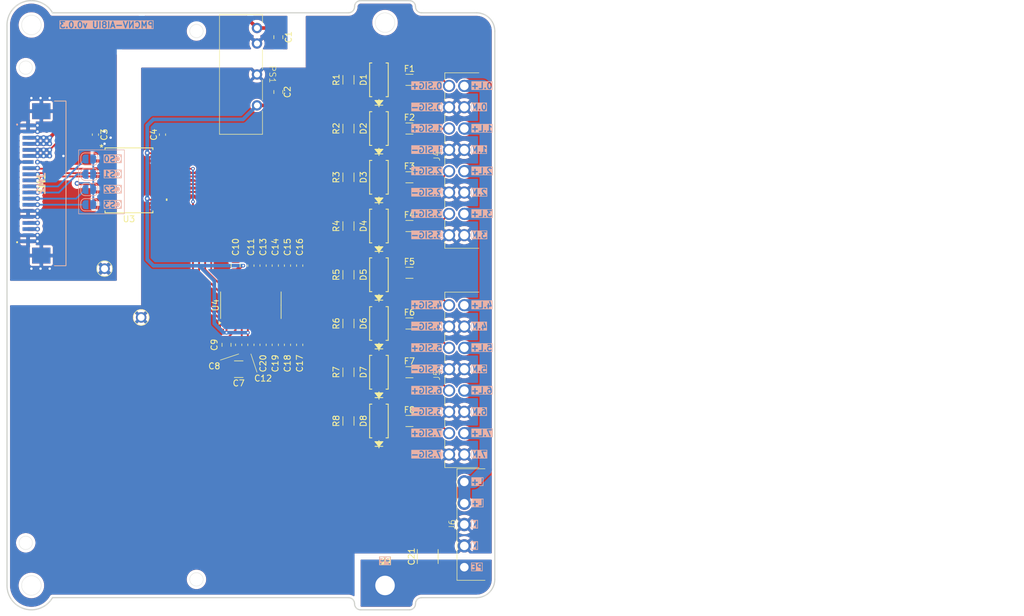
<source format=kicad_pcb>
(kicad_pcb (version 20241229) (generator "pcbnew") (generator_version "9.0")
  (title_block (title "${article} v${version}"))
  (layers (0 "F.Cu" signal) (2 "B.Cu" signal) (13 "F.Paste" user) (15 "B.Paste" user) (5 "F.SilkS" user "F.Silkscreen") (7 "B.SilkS" user "B.Silkscreen") (1 "F.Mask" user) (3 "B.Mask" user) (25 "Edge.Cuts" user))
  (property "article" "PMCNV-AI8IU")
  (property "version" "0.0.3")
  (net 0 "")
  (net 1 "PE")
  (net 2 "+24V_CNV")
  (net 3 "+5V_MCU")
  (net 4 "+3.3V_MCU")
  (net 5 "/0.SIG+")
  (net 6 "/AIN_6P")
  (net 7 "/AIN_7P")
  (net 11 "/1.SIG+")
  (net 12 "/5.SIG+")
  (net 13 "/7.SIG+")
  (net 14 "/6.SIG+")
  (net 15 "/4.SIG+")
  (net 16 "/3.SIG+")
  (net 17 "/2.SIG+")
  (net 18 "/AIN_1P")
  (net 19 "/AIN_2P")
  (net 20 "/AIN_0P")
  (net 21 "/AIN_4P")
  (net 22 "/AIN_3P")
  (net 23 "/AIN_5P")
  (net 24 "Net-(U4-REFCAP)")
  (net 25 "Net-(U4-REFIO)")
  (net 26 "+5V_CNV")
  (net 27 "/CS1_MCU")
  (net 28 "/SCK_MCU")
  (net 29 "/CS3_MCU")
  (net 30 "/CS2_MCU")
  (net 31 "/CS0_MCU")
  (net 32 "/MOSI_MCU")
  (net 33 "/MISO_MCU")
  (net 34 "/CS_MCU")
  (net 35 "/SCK_CNV")
  (net 36 "/MOSI_CNV")
  (net 37 "/MISO_CNV")
  (net 38 "/CS_CNV")
  (net 39 "GND_MCU")
  (net 40 "GND_CNV")
  (net 41 "/SCL_MCU")
  (net 42 "/SDA_MCU")
  (footprint "Fuse:Fuse_1206_3216Metric" (layer "F.Cu") (at 106 72)
    (property "Reference" "F2")
    (property "Value" "nSMD005")
  )
  (footprint "Fuse:Fuse_1206_3216Metric" (layer "F.Cu") (at 106 112)
    (property "Reference" "F7")
    (property "Value" "nSMD005")
  )
  (footprint "kicad_inventree_lib:MountingHole_M3" (layer "F.Cu") (at 102 54.61)
    (property "Reference" "H2" (hide yes))
    (property "Value" "MountingHole")
    (fp_circle (center 0 0) (end 1.6 0) (stroke (width 0.05)) (fill no) (layer "Edge.Cuts"))
  )
  (footprint "kicad_inventree_lib:SMASeries_LTF-M" (layer "F.Cu") (at 101 96 90)
    (property "Reference" "D5")
    (property "Value" "SMAJ33CA")
  )
  (footprint "kicad_inventree_lib:15EDGRHC-THR-3.5-16P" (layer "F.Cu") (at 112.5 118.5 90)
    (property "Reference" "J5")
    (property "Value" "15EDGRHC-THR-3.5-16P")
  )
  (footprint "Resistor_SMD:R_1206_3216Metric" (layer "F.Cu") (at 96 104 -90)
    (property "Reference" "R6")
    (property "Value" "249R")
  )
  (footprint "Fuse:Fuse_1206_3216Metric" (layer "F.Cu") (at 106 80)
    (property "Reference" "F3")
    (property "Value" "nSMD005")
  )
  (footprint "Capacitor_SMD:C_0603_1608Metric" (layer "F.Cu") (at 82 94.5 90)
    (property "Reference" "C13")
    (property "Value" "10nF")
  )
  (footprint "Capacitor_SMD:C_0805_2012Metric" (layer "F.Cu") (at 84.5 57 -90)
    (property "Reference" "C1")
    (property "Value" "4.7uF")
  )
  (footprint "kicad_inventree_lib:SMASeries_LTF-M" (layer "F.Cu") (at 101 80 90)
    (property "Reference" "D3")
    (property "Value" "SMAJ33CA")
  )
  (footprint "kicad_inventree_lib:15EDGRHC-THR-3.5-16P" (layer "F.Cu") (at 112.5 82.5 90)
    (property "Reference" "J4")
    (property "Value" "15EDGRHC-THR-3.5-16P")
  )
  (footprint "kicad_inventree_lib:B2405LS-1WR3" (layer "F.Cu") (at 81 63.12 -90)
    (property "Reference" "PS1")
    (property "Value" "5V/5V")
  )
  (footprint "Resistor_SMD:R_1206_3216Metric" (layer "F.Cu") (at 96 64 -90)
    (property "Reference" "R1")
    (property "Value" "249R")
  )
  (footprint "Capacitor_SMD:C_0603_1608Metric" (layer "F.Cu") (at 80 94.5 90)
    (property "Reference" "C11")
    (property "Value" "1uF")
  )
  (footprint "Resistor_SMD:R_1206_3216Metric" (layer "F.Cu") (at 96 88 -90)
    (property "Reference" "R4")
    (property "Value" "249R")
  )
  (footprint "kicad_inventree_lib:AFA07S20FCA00" (layer "F.Cu") (at 47 81 90)
    (property "Reference" "JM1")
    (property "Value" "AFA07-S20FCC-00" (hide yes))
  )
  (footprint "Capacitor_SMD:C_1210_3225Metric" (layer "F.Cu") (at 78 111.5 180)
    (property "Reference" "C7")
    (property "Value" "22uF")
  )
  (footprint "Resistor_SMD:R_1206_3216Metric" (layer "F.Cu") (at 96 72 -90)
    (property "Reference" "R2")
    (property "Value" "249R")
  )
  (footprint "kicad_inventree_lib:SOIC16-WBW_CLG-M" (layer "F.Cu") (at 60 80.5)
    (property "Reference" "U3")
    (property "Value" "CA-IS3741HW")
  )
  (footprint "Capacitor_SMD:C_0603_1608Metric" (layer "F.Cu") (at 54.5 73 -90)
    (property "Reference" "C3")
    (property "Value" "100nF")
  )
  (footprint "Capacitor_SMD:C_0805_2012Metric" (layer "F.Cu") (at 77.5 94.5 -90)
    (property "Reference" "C10")
    (property "Value" "10uF")
  )
  (footprint "Capacitor_SMD:C_0603_1608Metric" (layer "F.Cu") (at 86 107.5 -90)
    (property "Reference" "C18")
    (property "Value" "10nF")
  )
  (footprint "kicad_inventree_lib:PM-ESP32C3_v0.0.5" (layer "F.Cu") (at 40.073729 101)
    (property "Reference" "U1" (hide yes))
    (property "Value" "~" (hide yes))
    (fp_circle (center 3 -39) (end 4.1 -39) (stroke (width 0.05)) (fill no) (layer "Edge.Cuts"))
    (fp_circle (center 3 39) (end 4.1 39) (stroke (width 0.05)) (fill no) (layer "Edge.Cuts"))
    (fp_circle (center 31 -45) (end 32.1 -45) (stroke (width 0.05)) (fill no) (layer "Edge.Cuts"))
    (fp_circle (center 31 45) (end 32.1 45) (stroke (width 0.05)) (fill no) (layer "Edge.Cuts"))
  )
  (footprint "Resistor_SMD:R_1206_3216Metric" (layer "F.Cu") (at 96 80 -90)
    (property "Reference" "R3")
    (property "Value" "249R")
  )
  (footprint "Capacitor_SMD:C_0603_1608Metric" (layer "F.Cu") (at 80 107.5 -90)
    (property "Reference" "C12")
    (property "Value" "1uF")
  )
  (footprint "kicad_inventree_lib:SMASeries_LTF-M" (layer "F.Cu") (at 101 72 90)
    (property "Reference" "D2")
    (property "Value" "SMAJ33CA")
  )
  (footprint "kicad_inventree_lib:PE" (layer "F.Cu") (at 102 147)
    (property "Reference" "D9" (hide yes))
    (property "Value" "~")
  )
  (footprint "kicad_inventree_lib:15EDGRC-3.5-05P" (layer "F.Cu") (at 115 144 90)
    (property "Reference" "J6")
    (property "Value" "15EDGRC-3.5-05P")
  )
  (footprint "kicad_inventree_lib:SMASeries_LTF-M" (layer "F.Cu") (at 101 88 90)
    (property "Reference" "D4")
    (property "Value" "SMAJ33CA")
  )
  (footprint "Resistor_SMD:R_1206_3216Metric" (layer "F.Cu") (at 96 96 -90)
    (property "Reference" "R5")
    (property "Value" "249R")
  )
  (footprint "Fuse:Fuse_1206_3216Metric" (layer "F.Cu") (at 106 95.675)
    (property "Reference" "F5")
    (property "Value" "nSMD005")
  )
  (footprint "Capacitor_SMD:C_0603_1608Metric" (layer "F.Cu") (at 86 94.5 90)
    (property "Reference" "C15")
    (property "Value" "10nF")
  )
  (footprint "kicad_inventree_lib:MountingHole_M3" (layer "F.Cu") (at 44 147)
    (property "Reference" "H3" (hide yes))
    (property "Value" "MountingHole")
    (fp_circle (center 0 0) (end 1.6 0) (stroke (width 0.05)) (fill no) (layer "Edge.Cuts"))
  )
  (footprint "Resistor_SMD:R_1206_3216Metric" (layer "F.Cu") (at 96 120 -90)
    (property "Reference" "R8")
    (property "Value" "249R")
  )
  (footprint "kicad_inventree_lib:SMASeries_LTF-M" (layer "F.Cu") (at 101 64 90)
    (property "Reference" "D1")
    (property "Value" "SMAJ33CA")
  )
  (footprint "Capacitor_SMD:C_0603_1608Metric" (layer "F.Cu") (at 82 107.5 -90)
    (property "Reference" "C20")
    (property "Value" "10nF")
  )
  (footprint "Resistor_SMD:R_1206_3216Metric" (layer "F.Cu") (at 96 112 -90)
    (property "Reference" "R7")
    (property "Value" "249R")
  )
  (footprint "kicad_inventree_lib:SMASeries_LTF-M" (layer "F.Cu") (at 101 104 90)
    (property "Reference" "D6")
    (property "Value" "SMAJ33CA")
  )
  (footprint "kicad_inventree_lib:5117" (layer "F.Cu") (at 56 95)
    (property "Reference" "U2" (hide yes))
    (property "Value" "5117" (hide yes))
  )
  (footprint "Capacitor_SMD:C_0603_1608Metric" (layer "F.Cu") (at 84 107.5 -90)
    (property "Reference" "C19")
    (property "Value" "10nF")
  )
  (footprint "Capacitor_SMD:C_0603_1608Metric" (layer "F.Cu") (at 84 94.5 90)
    (property "Reference" "C14")
    (property "Value" "10nF")
  )
  (footprint "Package_SO:TSSOP-38_4.4x9.7mm_P0.5mm" (layer "F.Cu") (at 80 101 90)
    (property "Reference" "U4")
    (property "Value" "ADS8688")
  )
  (footprint "Capacitor_SMD:C_0603_1608Metric" (layer "F.Cu") (at 88 107.5 -90)
    (property "Reference" "C17")
    (property "Value" "10nF")
  )
  (footprint "kicad_inventree_lib:SMASeries_LTF-M" (layer "F.Cu") (at 101 120 90)
    (property "Reference" "D8")
    (property "Value" "SMAJ33CA")
  )
  (footprint "Capacitor_SMD:C_0805_2012Metric" (layer "F.Cu") (at 76 107.5 -90)
    (property "Reference" "C9")
    (property "Value" "10uF")
  )
  (footprint "Capacitor_SMD:C_0603_1608Metric" (layer "F.Cu") (at 88 94.5 90)
    (property "Reference" "C16")
    (property "Value" "10nF")
  )
  (footprint "Fuse:Fuse_1206_3216Metric" (layer "F.Cu") (at 106 120)
    (property "Reference" "F8")
    (property "Value" "nSMD005")
  )
  (footprint "Capacitor_SMD:C_0603_1608Metric" (layer "F.Cu") (at 65.5 73 90)
    (property "Reference" "C4")
    (property "Value" "100nF")
  )
  (footprint "kicad_inventree_lib:MountingHole_M3" (layer "F.Cu") (at 44 55)
    (property "Reference" "H1" (hide yes))
    (property "Value" "MountingHole")
    (fp_circle (center 0 0) (end 1.6 0) (stroke (width 0.05)) (fill no) (layer "Edge.Cuts"))
  )
  (footprint "Capacitor_SMD:C_1812_4532Metric_Pad1.57x3.40mm_HandSolder" (layer "F.Cu") (at 109 142.25 90)
    (property "Reference" "C21")
    (property "Value" "4.7nF 2kV")
  )
  (footprint "kicad_inventree_lib:5117" (layer "F.Cu") (at 62 103)
    (property "Reference" "U5" (hide yes))
    (property "Value" "5117" (hide yes))
  )
  (footprint "Capacitor_SMD:C_0603_1608Metric" (layer "F.Cu") (at 78 107.5 -90)
    (property "Reference" "C8")
    (property "Value" "1uF")
  )
  (footprint "kicad_inventree_lib:SMASeries_LTF-M" (layer "F.Cu") (at 101 112 90)
    (property "Reference" "D7")
    (property "Value" "SMAJ33CA")
  )
  (footprint "Fuse:Fuse_1206_3216Metric" (layer "F.Cu") (at 106 104)
    (property "Reference" "F6")
    (property "Value" "nSMD005")
  )
  (footprint "Capacitor_SMD:C_0805_2012Metric" (layer "F.Cu") (at 84.5 66 90)
    (property "Reference" "C2")
    (property "Value" "10uF")
  )
  (footprint "Fuse:Fuse_1206_3216Metric" (layer "F.Cu") (at 106 64)
    (property "Reference" "F1")
    (property "Value" "nSMD005")
  )
  (footprint "Fuse:Fuse_1206_3216Metric" (layer "F.Cu") (at 106 88)
    (property "Reference" "F4")
    (property "Value" "nSMD005")
  )
  (footprint "kicad_inventree_lib:AFA07S20FCA00" (layer "B.Cu") (at 47 81 -90)
    (property "Reference" "JM2")
    (property "Value" "AFA07-S20FCC-00" (hide yes))
  )
  (footprint "Jumper:SolderJumper-2_P1.3mm_Open_RoundedPad1.0x1.5mm" (layer "B.Cu") (at 53.5 84.5)
    (property "Reference" "JP4" (hide yes))
    (property "Value" "SolderJumper_2_Open")
  )
  (footprint "Jumper:SolderJumper-2_P1.3mm_Open_RoundedPad1.0x1.5mm" (layer "B.Cu") (at 53.5 79.5)
    (property "Reference" "JP2" (hide yes))
    (property "Value" "SolderJumper_2_Open")
  )
  (footprint "Jumper:SolderJumper-2_P1.3mm_Open_RoundedPad1.0x1.5mm" (layer "B.Cu") (at 53.5 77)
    (property "Reference" "JP1" (hide yes))
    (property "Value" "SolderJumper_2_Open")
  )
  (footprint "Jumper:SolderJumper-2_P1.3mm_Open_RoundedPad1.0x1.5mm" (layer "B.Cu") (at 53.5 82)
    (property "Reference" "JP3" (hide yes))
    (property "Value" "SolderJumper_2_Open")
  )
  (gr_line (start 78 109) (end 75 110) (stroke (width 0.1)) (layer "F.SilkS"))
  (gr_line (start 81 112) (end 80 109) (stroke (width 0.1)) (layer "F.SilkS"))
  (gr_rect (start 51.75 75.5) (end 59.25 86) (stroke (width 0.1)) (fill no) (layer "B.SilkS"))
  (gr_arc (start 107 150) (mid 107.292893 149.292893) (end 108 149) (stroke (width 0.2)) (layer "Edge.Cuts"))
  (gr_line (start 117 53) (end 108 53) (stroke (width 0.2)) (layer "Edge.Cuts"))
  (gr_arc (start 97 52) (mid 96.707107 52.707107) (end 96 53) (stroke (width 0.2)) (layer "Edge.Cuts"))
  (gr_arc (start 40 55) (mid 41.171573 52.171573) (end 44 51) (stroke (width 0.2)) (layer "Edge.Cuts"))
  (gr_arc (start 97 52) (mid 97.292893 51.292893) (end 98 51) (stroke (width 0.2)) (layer "Edge.Cuts"))
  (gr_line (start 40 55) (end 40 147) (stroke (width 0.2)) (layer "Edge.Cuts"))
  (gr_arc (start 117 53) (mid 119.12132 53.87868) (end 120 56) (stroke (width 0.2)) (layer "Edge.Cuts"))
  (gr_arc (start 96 149) (mid 96.707107 149.292893) (end 97 150) (stroke (width 0.2)) (layer "Edge.Cuts"))
  (gr_arc (start 47.464101 149) (mid 42.964724 150.863703) (end 40 147) (stroke (width 0.2)) (layer "Edge.Cuts"))
  (gr_line (start 96 149) (end 47.4641 149) (stroke (width 0.2)) (layer "Edge.Cuts"))
  (gr_arc (start 106 51) (mid 106.707107 51.292893) (end 107 52) (stroke (width 0.2)) (layer "Edge.Cuts"))
  (gr_arc (start 107 150) (mid 106.707107 150.707107) (end 106 151) (stroke (width 0.2)) (layer "Edge.Cuts"))
  (gr_line (start 98 151) (end 106 151) (stroke (width 0.2)) (layer "Edge.Cuts"))
  (gr_line (start 47.472973 53) (end 96 53) (stroke (width 0.2)) (layer "Edge.Cuts"))
  (gr_arc (start 44 51) (mid 46.001917 51.537006) (end 47.466314 53.003836) (stroke (width 0.2)) (layer "Edge.Cuts"))
  (gr_line (start 106 51) (end 98 51) (stroke (width 0.2)) (layer "Edge.Cuts"))
  (gr_arc (start 108 53) (mid 107.292893 52.707107) (end 107 52) (stroke (width 0.2)) (layer "Edge.Cuts"))
  (gr_line (start 108 149) (end 117 149) (stroke (width 0.2)) (layer "Edge.Cuts"))
  (gr_arc (start 98 151) (mid 97.292893 150.707107) (end 97 150) (stroke (width 0.2)) (layer "Edge.Cuts"))
  (gr_arc (start 120 146) (mid 119.12132 148.12132) (end 117 149) (stroke (width 0.2)) (layer "Edge.Cuts"))
  (gr_line (start 120 56) (end 120 146) (stroke (width 0.2)) (layer "Edge.Cuts"))
  (gr_text "PE" (at 102 143 0) (layer "F.SilkS" knockout) (effects (font (size 1 1) (thickness 0.2) (bold yes))))
  (gr_text "5.SIG+" (at 111.5 108 0) (layer "B.SilkS" knockout) (effects (font (size 1 1) (thickness 0.2) (bold yes)) (justify left mirror)))
  (gr_text "CS0" (at 55.75 77 0) (layer "B.SilkS" knockout) (effects (font (size 1 1) (thickness 0.2) (bold yes)) (justify right mirror)))
  (gr_text "2.SIG+" (at 111.5 79 0) (layer "B.SilkS" knockout) (effects (font (size 1 1) (thickness 0.2) (bold yes)) (justify left mirror)))
  (gr_text "CS2" (at 55.75 82 0) (layer "B.SilkS" knockout) (effects (font (size 1 1) (thickness 0.2) (bold yes)) (justify right mirror)))
  (gr_text "4.M" (at 116 104.5 0) (layer "B.SilkS" knockout) (effects (font (size 1 1) (thickness 0.2) (bold yes)) (justify right mirror)))
  (gr_text "M" (at 116 137 0) (layer "B.SilkS" knockout) (effects (font (size 1 1) (thickness 0.2) (bold yes)) (justify right mirror)))
  (gr_text "3.L+" (at 116 86 0) (layer "B.SilkS" knockout) (effects (font (size 1 1) (thickness 0.2) (bold yes)) (justify right mirror)))
  (gr_text "0.SIG-" (at 111.5 68.5 0) (layer "B.SilkS" knockout) (effects (font (size 1 1) (thickness 0.2) (bold yes)) (justify left mirror)))
  (gr_text "PE" (at 102 143 -0) (layer "B.SilkS" knockout) (effects (font (size 1 1) (thickness 0.2) (bold yes)) (justify mirror)))
  (gr_text "3.SIG+" (at 111.5 86 0) (layer "B.SilkS" knockout) (effects (font (size 1 1) (thickness 0.2) (bold yes)) (justify left mirror)))
  (gr_text "6.SIG-" (at 111.5 118.5 0) (layer "B.SilkS" knockout) (effects (font (size 1 1) (thickness 0.2) (bold yes)) (justify left mirror)))
  (gr_text "CS1" (at 55.75 79.5 0) (layer "B.SilkS" knockout) (effects (font (size 1 1) (thickness 0.2) (bold yes)) (justify right mirror)))
  (gr_text "2.SIG-" (at 111.5 82.5 0) (layer "B.SilkS" knockout) (effects (font (size 1 1) (thickness 0.2) (bold yes)) (justify left mirror)))
  (gr_text "PE" (at 116 144 0) (layer "B.SilkS" knockout) (effects (font (size 1 1) (thickness 0.2) (bold yes)) (justify right mirror)))
  (gr_text "5.M" (at 116 111.5 0) (layer "B.SilkS" knockout) (effects (font (size 1 1) (thickness 0.2) (bold yes)) (justify right mirror)))
  (gr_text "1.M" (at 116 75.5 0) (layer "B.SilkS" knockout) (effects (font (size 1 1) (thickness 0.2) (bold yes)) (justify right mirror)))
  (gr_text "0.L+" (at 116 65 0) (layer "B.SilkS" knockout) (effects (font (size 1 1) (thickness 0.2) (bold yes)) (justify right mirror)))
  (gr_text "CS3" (at 55.75 84.5 0) (layer "B.SilkS" knockout) (effects (font (size 1 1) (thickness 0.2) (bold yes)) (justify right mirror)))
  (gr_text "7.L+" (at 116 122 0) (layer "B.SilkS" knockout) (effects (font (size 1 1) (thickness 0.2) (bold yes)) (justify right mirror)))
  (gr_text "7.SIG-" (at 111.5 125.5 0) (layer "B.SilkS" knockout) (effects (font (size 1 1) (thickness 0.2) (bold yes)) (justify left mirror)))
  (gr_text "7.SIG+" (at 111.5 122 0) (layer "B.SilkS" knockout) (effects (font (size 1 1) (thickness 0.2) (bold yes)) (justify left mirror)))
  (gr_text "4.L+" (at 116 101 0) (layer "B.SilkS" knockout) (effects (font (size 1 1) (thickness 0.2) (bold yes)) (justify right mirror)))
  (gr_text "0.M" (at 116 68.5 0) (layer "B.SilkS" knockout) (effects (font (size 1 1) (thickness 0.2) (bold yes)) (justify right mirror)))
  (gr_text "1.SIG-" (at 111.5 75.5 0) (layer "B.SilkS" knockout) (effects (font (size 1 1) (thickness 0.2) (bold yes)) (justify left mirror)))
  (gr_text "6.M" (at 116 118.5 0) (layer "B.SilkS" knockout) (effects (font (size 1 1) (thickness 0.2) (bold yes)) (justify right mirror)))
  (gr_text "3.SIG-" (at 111.5 89.5 0) (layer "B.SilkS" knockout) (effects (font (size 1 1) (thickness 0.2) (bold yes)) (justify left mirror)))
  (gr_text "3.M" (at 116 89.5 0) (layer "B.SilkS" knockout) (effects (font (size 1 1) (thickness 0.2) (bold yes)) (justify right mirror)))
  (gr_text "2.M" (at 116 82.5 0) (layer "B.SilkS" knockout) (effects (font (size 1 1) (thickness 0.2) (bold yes)) (justify right mirror)))
  (gr_text "4.SIG+" (at 111.5 101 0) (layer "B.SilkS" knockout) (effects (font (size 1 1) (thickness 0.2) (bold yes)) (justify left mirror)))
  (gr_text "2.L+" (at 116 79 0) (layer "B.SilkS" knockout) (effects (font (size 1 1) (thickness 0.2) (bold yes)) (justify right mirror)))
  (gr_text "0.SIG+" (at 111.5 65 0) (layer "B.SilkS" knockout) (effects (font (size 1 1) (thickness 0.2) (bold yes)) (justify left mirror)))
  (gr_text "1.SIG+" (at 111.5 72 0) (layer "B.SilkS" knockout) (effects (font (size 1 1) (thickness 0.2) (bold yes)) (justify left mirror)))
  (gr_text "4.SIG-" (at 111.5 104.5 0) (layer "B.SilkS" knockout) (effects (font (size 1 1) (thickness 0.2) (bold yes)) (justify left mirror)))
  (gr_text "6.SIG+" (at 111.5 115 0) (layer "B.SilkS" knockout) (effects (font (size 1 1) (thickness 0.2) (bold yes)) (justify left mirror)))
  (gr_text "M" (at 116 140.5 0) (layer "B.SilkS" knockout) (effects (font (size 1 1) (thickness 0.2) (bold yes)) (justify right mirror)))
  (gr_text "1.L+" (at 116 72 0) (layer "B.SilkS" knockout) (effects (font (size 1 1) (thickness 0.2) (bold yes)) (justify right mirror)))
  (gr_text "6.L+" (at 116 115 0) (layer "B.SilkS" knockout) (effects (font (size 1 1) (thickness 0.2) (bold yes)) (justify right mirror)))
  (gr_text "5.SIG-" (at 111.5 111.5 0) (layer "B.SilkS" knockout) (effects (font (size 1 1) (thickness 0.2) (bold yes)) (justify left mirror)))
  (gr_text "L+" (at 116 130 0) (layer "B.SilkS" knockout) (effects (font (size 1 1) (thickness 0.2) (bold yes)) (justify right mirror)))
  (gr_text "${article} v${version}" (at 48.5 55 0) (layer "B.SilkS" knockout) (effects (font (size 1 1) (thickness 0.2) (bold yes)) (justify right mirror)))
  (gr_text "5.L+" (at 116 108 0) (layer "B.SilkS" knockout) (effects (font (size 1 1) (thickness 0.2) (bold yes)) (justify right mirror)))
  (gr_text "L+" (at 116 133.5 0) (layer "B.SilkS" knockout) (effects (font (size 1 1) (thickness 0.2) (bold yes)) (justify right mirror)))
  (gr_text "7.M" (at 116 125.5 0) (layer "B.SilkS" knockout) (effects (font (size 1 1) (thickness 0.2) (bold yes)) (justify right mirror)))
  (segment (start 115 79) (end 118.5 79) (width 2) (layer "B.Cu") (net 2))
  (segment (start 118.5 122) (end 118.5 115) (width 2) (layer "B.Cu") (net 2))
  (segment (start 116.5 130) (end 118.5 128) (width 2) (layer "B.Cu") (net 2))
  (segment (start 115 101) (end 118.5 101) (width 2) (layer "B.Cu") (net 2))
  (segment (start 118.5 108) (end 115 108) (width 2) (layer "B.Cu") (net 2))
  (segment (start 118.5 79) (end 118.5 72) (width 2) (layer "B.Cu") (net 2))
  (segment (start 115 130) (end 116.5 130) (width 2) (layer "B.Cu") (net 2))
  (segment (start 118.5 108) (end 118.5 101) (width 2) (layer "B.Cu") (net 2))
  (segment (start 118.5 72) (end 118.5 65.5) (width 2) (layer "B.Cu") (net 2))
  (segment (start 118 65) (end 115 65) (width 2) (layer "B.Cu") (net 2))
  (segment (start 118.5 86) (end 118.5 79) (width 2) (layer "B.Cu") (net 2))
  (segment (start 118.5 101) (end 118.5 86) (width 2) (layer "B.Cu") (net 2))
  (segment (start 115 133.5) (end 115 130) (width 2) (layer "B.Cu") (net 2))
  (segment (start 115 122) (end 118.5 122) (width 2) (layer "B.Cu") (net 2))
  (segment (start 115 72) (end 118.5 72) (width 2) (layer "B.Cu") (net 2))
  (segment (start 118.5 65.5) (end 118 65) (width 2) (layer "B.Cu") (net 2))
  (segment (start 115 115) (end 118.5 115) (width 2) (layer "B.Cu") (net 2))
  (segment (start 118.5 115) (end 118.5 108) (width 2) (layer "B.Cu") (net 2))
  (segment (start 115 86) (end 118.5 86) (width 2) (layer "B.Cu") (net 2))
  (segment (start 118.5 128) (end 118.5 122) (width 2) (layer "B.Cu") (net 2))
  (segment (start 62.699 53.801) (end 79.301 53.801) (width 0.6) (layer "F.Cu") (net 3))
  (segment (start 46 74.5) (end 47 74.5) (width 0.6) (layer "F.Cu") (net 3))
  (segment (start 46 73.5) (end 47 73.5) (width 0.6) (layer "F.Cu") (net 3))
  (segment (start 43.454 74.5) (end 45 74.5) (width 0.6) (layer "F.Cu") (net 3))
  (segment (start 47 73.5) (end 47 74.5) (width 0.6) (layer "F.Cu") (net 3))
  (segment (start 43.454 73.5) (end 45 73.5) (width 0.6) (layer "F.Cu") (net 3))
  (segment (start 45 74.5) (end 46 74.5) (width 0.6) (layer "F.Cu") (net 3))
  (segment (start 81 55.5) (end 83.95 55.5) (width 0.6) (layer "F.Cu") (net 3))
  (segment (start 45 73.5) (end 45 74.5) (width 0.6) (layer "F.Cu") (net 3))
  (segment (start 79.301 53.801) (end 81 55.5) (width 0.6) (layer "F.Cu") (net 3))
  (segment (start 46 73.5) (end 46 74.5) (width 0.6) (layer "F.Cu") (net 3))
  (segment (start 49.999991 66.500009) (end 49.999991 70.500009) (width 0.6) (layer "F.Cu") (net 3))
  (segment (start 49.999991 70.500009) (end 47 73.5) (width 0.6) (layer "F.Cu") (net 3))
  (segment (start 45 73.5) (end 46 73.5) (width 0.6) (layer "F.Cu") (net 3))
  (segment (start 49.999991 66.500009) (end 62.699 53.801) (width 0.6) (layer "F.Cu") (net 3))
  (segment (start 83.95 55.5) (end 84.5 56.05) (width 0.6) (layer "F.Cu") (net 3))
  (via (at 45 74.5) (size 0.8) (drill 0.4) (layers "F.Cu" "B.Cu") (net 3))
  (via (at 46 74.5) (size 0.8) (drill 0.4) (layers "F.Cu" "B.Cu") (net 3))
  (via (at 46 73.5) (size 0.8) (drill 0.4) (layers "F.Cu" "B.Cu") (net 3))
  (via (at 47 73.5) (size 0.8) (drill 0.4) (layers "F.Cu" "B.Cu") (net 3))
  (via (at 47 74.5) (size 0.8) (drill 0.4) (layers "F.Cu" "B.Cu") (net 3))
  (via (at 45 73.5) (size 0.8) (drill 0.4) (layers "F.Cu" "B.Cu") (net 3))
  (segment (start 47 74.5) (end 46 74.5) (width 0.6) (layer "B.Cu") (net 3))
  (segment (start 46 74.5) (end 45 74.5) (width 0.6) (layer "B.Cu") (net 3))
  (segment (start 45 74.5) (end 43.454 74.5) (width 0.6) (layer "B.Cu") (net 3))
  (segment (start 47 73.5) (end 46 73.5) (width 0.6) (layer "B.Cu") (net 3))
  (segment (start 45 73.5) (end 45 74.5) (width 0.6) (layer "B.Cu") (net 3))
  (segment (start 47 73.5) (end 47 74.5) (width 0.6) (layer "B.Cu") (net 3))
  (segment (start 46 73.5) (end 46 74.5) (width 0.6) (layer "B.Cu") (net 3))
  (segment (start 46 73.5) (end 45 73.5) (width 0.6) (layer "B.Cu") (net 3))
  (segment (start 45 73.5) (end 43.454 73.5) (width 0.6) (layer "B.Cu") (net 3))
  (segment (start 45 76.5) (end 46 76.5) (width 0.6) (layer "F.Cu") (net 4))
  (segment (start 55.809 83.675) (end 57.5 81.984) (width 0.3) (layer "F.Cu") (net 4))
  (segment (start 55.1232 83.675) (end 55.809 83.675) (width 0.3) (layer "F.Cu") (net 4))
  (segment (start 46 75.5) (end 46 76.5) (width 0.6) (layer "F.Cu") (net 4))
  (segment (start 46 75.5) (end 47 75.5) (width 0.6) (layer "F.Cu") (net 4))
  (segment (start 45 75.5) (end 46 75.5) (width 0.6) (layer "F.Cu") (net 4))
  (segment (start 54.5 73.775) (end 48.725 73.775) (width 0.3) (layer "F.Cu") (net 4))
  (segment (start 46 76.5) (end 47 76.5) (width 0.6) (layer "F.Cu") (net 4))
  (segment (start 48.725 73.775) (end 47 75.5) (width 0.3) (layer "F.Cu") (net 4))
  (segment (start 43.454 75.5) (end 45 75.5) (width 0.6) (layer "F.Cu") (net 4))
  (segment (start 57.5 81.984) (end 57.5 77.746) (width 0.3) (layer "F.Cu") (net 4))
  (segment (start 57.5 77.746) (end 55.809 76.055) (width 0.3) (layer "F.Cu") (net 4))
  (segment (start 54.5 73.775) (end 54.5 75.4318) (width 0.3) (layer "F.Cu") (net 4))
  (segment (start 55.809 76.055) (end 55.1232 76.055) (width 0.3) (layer "F.Cu") (net 4))
  (segment (start 45 75.5) (end 45 76.5) (width 0.6) (layer "F.Cu") (net 4))
  (segment (start 47 75.5) (end 47 76.5) (width 0.6) (layer "F.Cu") (net 4))
  (segment (start 43.454 76.5) (end 45 76.5) (width 0.6) (layer "F.Cu") (net 4))
  (segment (start 54.5 75.4318) (end 55.1232 76.055) (width 0.3) (layer "F.Cu") (net 4))
  (via (at 46 76.5) (size 0.8) (drill 0.4) (layers "F.Cu" "B.Cu") (net 4))
  (via (at 47 75.5) (size 0.8) (drill 0.4) (layers "F.Cu" "B.Cu") (net 4))
  (via (at 47 76.5) (size 0.8) (drill 0.4) (layers "F.Cu" "B.Cu") (net 4))
  (via (at 45 76.5) (size 0.8) (drill 0.4) (layers "F.Cu" "B.Cu") (net 4))
  (via (at 46 75.5) (size 0.8) (drill 0.4) (layers "F.Cu" "B.Cu") (net 4))
  (via (at 45 75.5) (size 0.8) (drill 0.4) (layers "F.Cu" "B.Cu") (net 4))
  (segment (start 47 75.5) (end 47 76.5) (width 0.6) (layer "B.Cu") (net 4))
  (segment (start 47 76.5) (end 43.454 76.5) (width 0.6) (layer "B.Cu") (net 4))
  (segment (start 46 75.5) (end 46 76.5) (width 0.6) (layer "B.Cu") (net 4))
  (segment (start 45 75.5) (end 45 76.5) (width 0.6) (layer "B.Cu") (net 4))
  (segment (start 47 75.5) (end 43.454 75.5) (width 0.6) (layer "B.Cu") (net 4))
  (segment (start 107.4 64) (end 111.5 64) (width 0.3) (layer "F.Cu") (net 5))
  (segment (start 111.5 64) (end 112.5 65) (width 0.3) (layer "F.Cu") (net 5))
  (segment (start 96 118.5375) (end 91.0375 118.5375) (width 0.3) (layer "F.Cu") (net 6))
  (segment (start 99.8745 116.8044) (end 101 117.9299) (width 0.3) (layer "F.Cu") (net 6))
  (segment (start 82 106.725) (end 82 106.5) (width 0.3) (layer "F.Cu") (net 6))
  (segment (start 97.7331 116.8044) (end 99.8745 116.8044) (width 0.3) (layer "F.Cu") (net 6))
  (segment (start 104.6 119.125) (end 102.2794 116.8044) (width 0.3) (layer "F.Cu") (net 6))
  (segment (start 104.6 120) (end 104.6 119.125) (width 0.3) (layer "F.Cu") (net 6))
  (segment (start 82.825 107.55) (end 82 106.725) (width 0.3) (layer "F.Cu") (net 6))
  (segment (start 82.825 110.325) (end 82.825 107.55) (width 0.3) (layer "F.Cu") (net 6))
  (segment (start 91.0375 118.5375) (end 82.825 110.325) (width 0.3) (layer "F.Cu") (net 6))
  (segment (start 102.1255 116.8044) (end 101 117.9299) (width 0.3) (layer "F.Cu") (net 6))
  (segment (start 82 106.5) (end 81 105.5) (width 0.3) (layer "F.Cu") (net 6))
  (segment (start 102.2794 116.8044) (end 102.1255 116.8044) (width 0.3) (layer "F.Cu") (net 6))
  (segment (start 81 105.5) (end 81 103.8625) (width 0.3) (layer "F.Cu") (net 6))
  (segment (start 96 118.5375) (end 97.7331 116.8044) (width 0.3) (layer "F.Cu") (net 6))
  (segment (start 101 117.9299) (end 101 118.3871) (width 0.3) (layer "F.Cu") (net 6))
  (segment (start 85 109.534704) (end 85 107.725) (width 0.3) (layer "F.Cu") (net 7))
  (segment (start 96 110.5375) (end 97.7331 108.8044) (width 0.3) (layer "F.Cu") (net 7))
  (segment (start 84 106.725) (end 82 104.725) (width 0.3) (layer "F.Cu") (net 7))
  (segment (start 99.8745 108.8044) (end 101 109.9299) (width 0.3) (layer "F.Cu") (net 7))
  (segment (start 101 109.9299) (end 101 110.3871) (width 0.3) (layer "F.Cu") (net 7))
  (segment (start 104.6 112) (end 104.6 111.125) (width 0.3) (layer "F.Cu") (net 7))
  (segment (start 85 107.725) (end 84 106.725) (width 0.3) (layer "F.Cu") (net 7))
  (segment (start 104.6 111.125) (end 102.2794 108.8044) (width 0.3) (layer "F.Cu") (net 7))
  (segment (start 102.2794 108.8044) (end 102.1255 108.8044) (width 0.3) (layer "F.Cu") (net 7))
  (segment (start 86.002796 110.5375) (end 85 109.534704) (width 0.3) (layer "F.Cu") (net 7))
  (segment (start 96 110.5375) (end 86.002796 110.5375) (width 0.3) (layer "F.Cu") (net 7))
  (segment (start 82 104.725) (end 82 103.8625) (width 0.3) (layer "F.Cu") (net 7))
  (segment (start 102.1255 108.8044) (end 101 109.9299) (width 0.3) (layer "F.Cu") (net 7))
  (segment (start 97.7331 108.8044) (end 99.8745 108.8044) (width 0.3) (layer "F.Cu") (net 7))
  (segment (start 107.4 72) (end 112.5 72) (width 0.3) (layer "F.Cu") (net 11))
  (segment (start 107.4 104) (end 108.5 104) (width 0.3) (layer "F.Cu") (net 12))
  (segment (start 108.5 104) (end 112.5 108) (width 0.3) (layer "F.Cu") (net 12))
  (segment (start 110.5 120) (end 112.5 122) (width 0.3) (layer "F.Cu") (net 13))
  (segment (start 107.4 120) (end 110.5 120) (width 0.3) (layer "F.Cu") (net 13))
  (segment (start 107.4 112) (end 109.5 112) (width 0.3) (layer "F.Cu") (net 14))
  (segment (start 109.5 112) (end 112.5 115) (width 0.3) (layer "F.Cu") (net 14))
  (segment (start 107.4 95.675) (end 107.4 95.9) (width 0.3) (layer "F.Cu") (net 15))
  (segment (start 107.4 95.9) (end 112.5 101) (width 0.3) (layer "F.Cu") (net 15))
  (segment (start 107.4 88) (end 110.5 88) (width 0.3) (layer "F.Cu") (net 16))
  (segment (start 110.5 88) (end 112.5 86) (width 0.3) (layer "F.Cu") (net 16))
  (segment (start 111.5 80) (end 112.5 79) (width 0.3) (layer "F.Cu") (net 17))
  (segment (start 107.4 80) (end 111.5 80) (width 0.3) (layer "F.Cu") (net 17))
  (segment (start 84.24688 104.95) (end 84 104.70312) (width 0.3) (layer "F.Cu") (net 18))
  (segment (start 101 93.9299) (end 101 94.3871) (width 0.3) (layer "F.Cu") (net 18))
  (segment (start 97.225 95.7625) (end 97.225 98.030456) (width 0.3) (layer "F.Cu") (net 18))
  (segment (start 102.6044 92.8044) (end 102.1255 92.8044) (width 0.3) (layer "F.Cu") (net 18))
  (segment (start 102.1255 92.8044) (end 101 93.9299) (width 0.3) (layer "F.Cu") (net 18))
  (segment (start 86.92812 104.95) (end 84.24688 104.95) (width 0.3) (layer "F.Cu") (net 18))
  (segment (start 104.6 94.8) (end 102.6044 92.8044) (width 0.3) (layer "F.Cu") (net 18))
  (segment (start 104.6 95.675) (end 104.6 94.8) (width 0.3) (layer "F.Cu") (net 18))
  (segment (start 96 94.5375) (end 97.7331 92.8044) (width 0.3) (layer "F.Cu") (net 18))
  (segment (start 88 106.725) (end 88 106.02188) (width 0.3) (layer "F.Cu") (net 18))
  (segment (start 84 104.70312) (end 84 103.8625) (width 0.3) (layer "F.Cu") (net 18))
  (segment (start 96 94.5375) (end 97.225 95.7625) (width 0.3) (layer "F.Cu") (net 18))
  (segment (start 88 106.02188) (end 86.92812 104.95) (width 0.3) (layer "F.Cu") (net 18))
  (segment (start 97.7331 92.8044) (end 99.8745 92.8044) (width 0.3) (layer "F.Cu") (net 18))
  (segment (start 88.530456 106.725) (end 88 106.725) (width 0.3) (layer "F.Cu") (net 18))
  (segment (start 97.225 98.030456) (end 88.530456 106.725) (width 0.3) (layer "F.Cu") (net 18))
  (segment (start 99.8745 92.8044) (end 101 93.9299) (width 0.3) (layer "F.Cu") (net 18))
  (segment (start 96 87.275) (end 88 95.275) (width 0.3) (layer "F.Cu") (net 19))
  (segment (start 96 86.5375) (end 97.7331 84.8044) (width 0.3) (layer "F.Cu") (net 19))
  (segment (start 104.6 87.125) (end 102.2794 84.8044) (width 0.3) (layer "F.Cu") (net 19))
  (segment (start 88 95.275) (end 86.275 97) (width 0.3) (layer "F.Cu") (net 19))
  (segment (start 97.7331 84.8044) (end 99.8745 84.8044) (width 0.3) (layer "F.Cu") (net 19))
  (segment (start 99.8745 84.8044) (end 101 85.9299) (width 0.3) (layer "F.Cu") (net 19))
  (segment (start 104.6 88) (end 104.6 87.125) (width 0.3) (layer "F.Cu") (net 19))
  (segment (start 102.1255 84.8044) (end 101 85.9299) (width 0.3) (layer "F.Cu") (net 19))
  (segment (start 84 97.29688) (end 84 98.1375) (width 0.3) (layer "F.Cu") (net 19))
  (segment (start 101 85.9299) (end 101 86.3871) (width 0.3) (layer "F.Cu") (net 19))
  (segment (start 86.275 97) (end 84.29688 97) (width 0.3) (layer "F.Cu") (net 19))
  (segment (start 84.29688 97) (end 84 97.29688) (width 0.3) (layer "F.Cu") (net 19))
  (segment (start 96 86.5375) (end 96 87.275) (width 0.3) (layer "F.Cu") (net 19))
  (segment (start 102.2794 84.8044) (end 102.1255 84.8044) (width 0.3) (layer "F.Cu") (net 19))
  (segment (start 86 106.725) (end 85.2 105.925) (width 0.3) (layer "F.Cu") (net 20))
  (segment (start 84.22188 105.925) (end 83 104.70312) (width 0.3) (layer "F.Cu") (net 20))
  (segment (start 89.4625 109.075) (end 87.505592 109.075) (width 0.3) (layer "F.Cu") (net 20))
  (segment (start 104.6 103.125) (end 102.2794 100.8044) (width 0.3) (layer "F.Cu") (net 20))
  (segment (start 97.7331 100.8044) (end 99.8745 100.8044) (width 0.3) (layer "F.Cu") (net 20))
  (segment (start 85.2 105.925) (end 84.22188 105.925) (width 0.3) (layer "F.Cu") (net 20))
  (segment (start 96 102.5375) (end 97.7331 100.8044) (width 0.3) (layer "F.Cu") (net 20))
  (segment (start 102.1255 100.8044) (end 101 101.9299) (width 0.3) (layer "F.Cu") (net 20))
  (segment (start 101 101.9299) (end 101 102.3871) (width 0.3) (layer "F.Cu") (net 20))
  (segment (start 87.175 107.9) (end 86 106.725) (width 0.3) (layer "F.Cu") (net 20))
  (segment (start 96 102.5375) (end 89.4625 109.075) (width 0.3) (layer "F.Cu") (net 20))
  (segment (start 87.505592 109.075) (end 87.175 108.744408) (width 0.3) (layer "F.Cu") (net 20))
  (segment (start 104.6 104) (end 104.6 103.125) (width 0.3) (layer "F.Cu") (net 20))
  (segment (start 87.175 108.744408) (end 87.175 107.9) (width 0.3) (layer "F.Cu") (net 20))
  (segment (start 83 104.70312) (end 83 103.8625) (width 0.3) (layer "F.Cu") (net 20))
  (segment (start 102.2794 100.8044) (end 102.1255 100.8044) (width 0.3) (layer "F.Cu") (net 20))
  (segment (start 99.8745 100.8044) (end 101 101.9299) (width 0.3) (layer "F.Cu") (net 20))
  (segment (start 102.1255 68.8044) (end 101 69.9299) (width 0.3) (layer "F.Cu") (net 21))
  (segment (start 85.175 81.3625) (end 85.175 94.1) (width 0.3) (layer "F.Cu") (net 21))
  (segment (start 85.175 94.1) (end 84 95.275) (width 0.3) (layer "F.Cu") (net 21))
  (segment (start 99.8745 68.8044) (end 101 69.9299) (width 0.3) (layer "F.Cu") (net 21))
  (segment (start 101 69.9299) (end 101 70.3871) (width 0.3) (layer "F.Cu") (net 21))
  (segment (start 82 97.275) (end 82 98.1375) (width 0.3) (layer "F.Cu") (net 21))
  (segment (start 104.6 71.125) (end 102.2794 68.8044) (width 0.3) (layer "F.Cu") (net 21))
  (segment (start 102.2794 68.8044) (end 102.1255 68.8044) (width 0.3) (layer "F.Cu") (net 21))
  (segment (start 96 70.5375) (end 97.7331 68.8044) (width 0.3) (layer "F.Cu") (net 21))
  (segment (start 97.7331 68.8044) (end 99.8745 68.8044) (width 0.3) (layer "F.Cu") (net 21))
  (segment (start 96 70.5375) (end 85.175 81.3625) (width 0.3) (layer "F.Cu") (net 21))
  (segment (start 84 95.275) (end 82 97.275) (width 0.3) (layer "F.Cu") (net 21))
  (segment (start 104.6 72) (end 104.6 71.125) (width 0.3) (layer "F.Cu") (net 21))
  (segment (start 104.6 79.125) (end 102.2794 76.8044) (width 0.3) (layer "F.Cu") (net 22))
  (segment (start 86.825 87.7125) (end 86.825 94.45) (width 0.3) (layer "F.Cu") (net 22))
  (segment (start 83 97.29688) (end 83 98.1375) (width 0.3) (layer "F.Cu") (net 22))
  (segment (start 84.775 96.5) (end 83.79688 96.5) (width 0.3) (layer "F.Cu") (net 22))
  (segment (start 104.6 80) (end 104.6 79.125) (width 0.3) (layer "F.Cu") (net 22))
  (segment (start 99.8745 76.8044) (end 101 77.9299) (width 0.3) (layer "F.Cu") (net 22))
  (segment (start 102.2794 76.8044) (end 102.1255 76.8044) (width 0.3) (layer "F.Cu") (net 22))
  (segment (start 86 95.275) (end 84.775 96.5) (width 0.3) (layer "F.Cu") (net 22))
  (segment (start 96 78.5375) (end 97.7331 76.8044) (width 0.3) (layer "F.Cu") (net 22))
  (segment (start 86.825 94.45) (end 86 95.275) (width 0.3) (layer "F.Cu") (net 22))
  (segment (start 102.1255 76.8044) (end 101 77.9299) (width 0.3) (layer "F.Cu") (net 22))
  (segment (start 101 77.9299) (end 101 78.3871) (width 0.3) (layer "F.Cu") (net 22))
  (segment (start 96 78.5375) (end 86.825 87.7125) (width 0.3) (layer "F.Cu") (net 22))
  (segment (start 83.79688 96.5) (end 83 97.29688) (width 0.3) (layer "F.Cu") (net 22))
  (segment (start 97.7331 76.8044) (end 99.8745 76.8044) (width 0.3) (layer "F.Cu") (net 22))
  (segment (start 101 61.9299) (end 101 62.3871) (width 0.3) (layer "F.Cu") (net 23))
  (segment (start 99.8745 60.8044) (end 101 61.9299) (width 0.3) (layer "F.Cu") (net 23))
  (segment (start 81 96.275) (end 81 98.1375) (width 0.3) (layer "F.Cu") (net 23))
  (segment (start 82.825 75.7125) (end 82.825 94.45) (width 0.3) (layer "F.Cu") (net 23))
  (segment (start 102.1255 60.8044) (end 101 61.9299) (width 0.3) (layer "F.Cu") (net 23))
  (segment (start 96 62.5375) (end 97.7331 60.8044) (width 0.3) (layer "F.Cu") (net 23))
  (segment (start 82 95.275) (end 81 96.275) (width 0.3) (layer "F.Cu") (net 23))
  (segment (start 104.6 64) (end 104.6 63.125) (width 0.3) (layer "F.Cu") (net 23))
  (segment (start 96 62.5375) (end 82.825 75.7125) (width 0.3) (layer "F.Cu") (net 23))
  (segment (start 97.7331 60.8044) (end 99.8745 60.8044) (width 0.3) (layer "F.Cu") (net 23))
  (segment (start 102.2794 60.8044) (end 102.1255 60.8044) (width 0.3) (layer "F.Cu") (net 23))
  (segment (start 82.825 94.45) (end 82 95.275) (width 0.3) (layer "F.Cu") (net 23))
  (segment (start 104.6 63.125) (end 102.2794 60.8044) (width 0.3) (layer "F.Cu") (net 23))
  (segment (start 78.825 110.85) (end 78.825 107.55) (width 0.3) (layer "F.Cu") (net 24))
  (segment (start 78.825 107.55) (end 78 106.725) (width 0.3) (layer "F.Cu") (net 24))
  (segment (start 78.5 106.225) (end 78.5 103.8625) (width 0.3) (layer "F.Cu") (net 24))
  (segment (start 79.475 111.5) (end 78.825 110.85) (width 0.3) (layer "F.Cu") (net 24))
  (segment (start 78 106.725) (end 78.5 106.225) (width 0.3) (layer "F.Cu") (net 24))
  (segment (start 77.5 105.05) (end 77.5 103.8625) (width 0.3) (layer "F.Cu") (net 25))
  (segment (start 76 106.55) (end 77.5 105.05) (width 0.3) (layer "F.Cu") (net 25))
  (segment (start 79.5 95.775) (end 79.5 98.1375) (width 0.3) (layer "F.Cu") (net 26))
  (segment (start 79.825 95.45) (end 80 95.275) (width 0.3) (layer "F.Cu") (net 26))
  (segment (start 76 103.8625) (end 76.5 103.8625) (width 0.3) (layer "F.Cu") (net 26))
  (segment (start 81 68.2) (end 83.25 68.2) (width 0.6) (layer "F.Cu") (net 26))
  (segment (start 76 105.5) (end 76 103.8625) (width 0.3) (layer "F.Cu") (net 26))
  (segment (start 78.75 94.5) (end 78.45 94.5) (width 0.6) (layer "F.Cu") (net 26))
  (segment (start 63.055 76.055) (end 63 76) (width 0.3) (layer "F.Cu") (net 26))
  (segment (start 65.5 73.775) (end 65.5 75.4318) (width 0.3) (layer "F.Cu") (net 26))
  (segment (start 79.5 105.5) (end 79.5 103.8625) (width 0.3) (layer "F.Cu") (net 26))
  (segment (start 80 106.725) (end 79.5 106.225) (width 0.3) (layer "F.Cu") (net 26))
  (segment (start 78.45 94.5) (end 77.5 95.45) (width 0.6) (layer "F.Cu") (net 26))
  (segment (start 77.5 95.45) (end 79.825 95.45) (width 0.3) (layer "F.Cu") (net 26))
  (segment (start 65.5 75.4318) (end 64.8768 76.055) (width 0.3) (layer "F.Cu") (net 26))
  (segment (start 80 95.275) (end 79.5 95.775) (width 0.3) (layer "F.Cu") (net 26))
  (segment (start 83.25 68.2) (end 84.5 66.95) (width 0.6) (layer "F.Cu") (net 26))
  (segment (start 63.175 83.675) (end 63 83.5) (width 0.3) (layer "F.Cu") (net 26))
  (segment (start 64.8768 83.675) (end 63.175 83.675) (width 0.3) (layer "F.Cu") (net 26))
  (segment (start 79.5 106.225) (end 79.5 105.5) (width 0.3) (layer "F.Cu") (net 26))
  (segment (start 77.5 95.45) (end 77.5 98.1375) (width 0.3) (layer "F.Cu") (net 26))
  (segment (start 64.8768 76.055) (end 63.055 76.055) (width 0.3) (layer "F.Cu") (net 26))
  (via (at 78.75 94.5) (size 0.6) (drill 0.3) (layers "F.Cu" "B.Cu") (net 26))
  (via (at 63 76) (size 0.8) (drill 0.4) (layers "F.Cu" "B.Cu") (net 26))
  (via (at 63 83.5) (size 0.8) (drill 0.4) (layers "F.Cu" "B.Cu") (net 26))
  (via (at 79.5 105.5) (size 0.6) (drill 0.3) (layers "F.Cu" "B.Cu") (net 26))
  (via (at 76 105.5) (size 0.6) (drill 0.3) (layers "F.Cu" "B.Cu") (net 26))
  (segment (start 64 70.5) (end 63 71.5) (width 0.6) (layer "B.Cu") (net 26))
  (segment (start 71.5 94.5) (end 74 97) (width 0.6) (layer "B.Cu") (net 26))
  (segment (start 81 68.2) (end 78.7 70.5) (width 0.6) (layer "B.Cu") (net 26))
  (segment (start 74 97) (end 74 104) (width 0.6) (layer "B.Cu") (net 26))
  (segment (start 64 94.5) (end 71.5 94.5) (width 0.6) (layer "B.Cu") (net 26))
  (segment (start 63 93.5) (end 64 94.5) (width 0.6) (layer "B.Cu") (net 26))
  (segment (start 78.75 94.5) (end 64 94.5) (width 0.6) (layer "B.Cu") (net 26))
  (segment (start 76 105.5) (end 79.5 105.5) (width 0.6) (layer "B.Cu") (net 26))
  (segment (start 74 104) (end 75.5 105.5) (width 0.6) (layer "B.Cu") (net 26))
  (segment (start 63 84.5) (end 63 93.5) (width 0.6) (layer "B.Cu") (net 26))
  (segment (start 78.7 70.5) (end 64 70.5) (width 0.6) (layer "B.Cu") (net 26))
  (segment (start 63 71.5) (end 63 78) (width 0.6) (layer "B.Cu") (net 26))
  (segment (start 63 78) (end 63 84.5) (width 0.6) (layer "B.Cu") (net 26))
  (segment (start 75.5 105.5) (end 76 105.5) (width 0.6) (layer "B.Cu") (net 26))
  (segment (start 43.454 82.5) (end 45 82.5) (width 0.6) (layer "F.Cu") (net 27))
  (via (at 45 82.5) (size 0.8) (drill 0.4) (layers "F.Cu" "B.Cu") (net 27))
  (segment (start 45 82.5) (end 43.454 82.5) (width 0.6) (layer "B.Cu") (net 27))
  (segment (start 48.5 82.5) (end 45 82.5) (width 0.3) (layer "B.Cu") (net 27))
  (segment (start 51.5 79.5) (end 48.5 82.5) (width 0.3) (layer "B.Cu") (net 27))
  (segment (start 52.85 79.5) (end 51.5 79.5) (width 0.3) (layer "B.Cu") (net 27))
  (segment (start 43.454 80.5) (end 45 80.5) (width 0.6) (layer "F.Cu") (net 28))
  (segment (start 55.1232 79.865) (end 45.635 79.865) (width 0.3) (layer "F.Cu") (net 28))
  (segment (start 45.635 79.865) (end 45 80.5) (width 0.3) (layer "F.Cu") (net 28))
  (via (at 45 80.5) (size 0.8) (drill 0.4) (layers "F.Cu" "B.Cu") (net 28))
  (segment (start 45 80.5) (end 43.454 80.5) (width 0.6) (layer "B.Cu") (net 28))
  (segment (start 43.454 84.5) (end 45 84.5) (width 0.6) (layer "F.Cu") (net 29))
  (via (at 45 84.5) (size 0.8) (drill 0.4) (layers "F.Cu" "B.Cu") (net 29))
  (segment (start 45 84.5) (end 43.454 84.5) (width 0.6) (layer "B.Cu") (net 29))
  (segment (start 52.85 84.5) (end 45 84.5) (width 0.3) (layer "B.Cu") (net 29))
  (segment (start 43.454 83.5) (end 45 83.5) (width 0.6) (layer "F.Cu") (net 30))
  (via (at 45 83.5) (size 0.8) (drill 0.4) (layers "F.Cu" "B.Cu") (net 30))
  (segment (start 45 83.5) (end 43.454 83.5) (width 0.6) (layer "B.Cu") (net 30))
  (segment (start 52.85 82) (end 51.35 83.5) (width 0.3) (layer "B.Cu") (net 30))
  (segment (start 51.35 83.5) (end 45 83.5) (width 0.3) (layer "B.Cu") (net 30))
  (segment (start 43.454 81.5) (end 45 81.5) (width 0.6) (layer "F.Cu") (net 31))
  (via (at 45 81.5) (size 0.8) (drill 0.4) (layers "F.Cu" "B.Cu") (net 31))
  (segment (start 45 81.5) (end 43.454 81.5) (width 0.6) (layer "B.Cu") (net 31))
  (segment (start 48.35 81.5) (end 52.85 77) (width 0.3) (layer "B.Cu") (net 31))
  (segment (start 45 81.5) (end 48.35 81.5) (width 0.3) (layer "B.Cu") (net 31))
  (segment (start 45.095 78.595) (end 45 78.5) (width 0.3) (layer "F.Cu") (net 32))
  (segment (start 43.454 78.5) (end 45 78.5) (width 0.6) (layer "F.Cu") (net 32))
  (segment (start 55.1232 78.595) (end 45.095 78.595) (width 0.3) (layer "F.Cu") (net 32))
  (via (at 45 78.5) (size 0.8) (drill 0.4) (layers "F.Cu" "B.Cu") (net 32))
  (segment (start 45 78.5) (end 43.454 78.5) (width 0.6) (layer "B.Cu") (net 32))
  (segment (start 56.3227 79.3227) (end 56.75 79.75) (width 0.3) (layer "F.Cu") (net 33))
  (segment (start 45 79.5) (end 45.1773 79.3227) (width 0.3) (layer "F.Cu") (net 33))
  (segment (start 56.75 81.2786) (end 55.6236 82.405) (width 0.3) (layer "F.Cu") (net 33))
  (segment (start 56.75 79.75) (end 56.75 81.2786) (width 0.3) (layer "F.Cu") (net 33))
  (segment (start 43.454 79.5) (end 45 79.5) (width 0.6) (layer "F.Cu") (net 33))
  (segment (start 45.1773 79.3227) (end 56.3227 79.3227) (width 0.3) (layer "F.Cu") (net 33))
  (segment (start 55.6236 82.405) (end 55.1232 82.405) (width 0.3) (layer "F.Cu") (net 33))
  (via (at 45 79.5) (size 0.8) (drill 0.4) (layers "F.Cu" "B.Cu") (net 33))
  (segment (start 45 79.5) (end 43.454 79.5) (width 0.6) (layer "B.Cu") (net 33))
  (segment (start 51.635 81.135) (end 51.5 81) (width 0.3) (layer "F.Cu") (net 34))
  (segment (start 55.1232 81.135) (end 51.635 81.135) (width 0.3) (layer "F.Cu") (net 34))
  (via (at 51.5 81) (size 0.8) (drill 0.4) (layers "F.Cu" "B.Cu") (net 34))
  (segment (start 54.15 77) (end 54.15 79.5) (width 0.3) (layer "B.Cu") (net 34))
  (segment (start 54.15 82) (end 54.15 84.5) (width 0.3) (layer "B.Cu") (net 34))
  (segment (start 54.15 79.5) (end 54.15 82) (width 0.3) (layer "B.Cu") (net 34))
  (segment (start 51.556 80.944) (end 53.476752 80.944) (width 0.3) (layer "B.Cu") (net 34))
  (segment (start 51.5 81) (end 51.556 80.944) (width 0.3) (layer "B.Cu") (net 34))
  (segment (start 54.15 81.617248) (end 54.15 82) (width 0.3) (layer "B.Cu") (net 34))
  (segment (start 53.476752 80.944) (end 54.15 81.617248) (width 0.3) (layer "B.Cu") (net 34))
  (segment (start 75.183243 97.182933) (end 73.5 95.49969) (width 0.3) (layer "F.Cu") (net 35))
  (segment (start 73.5 82.5) (end 70.865 79.865) (width 0.3) (layer "F.Cu") (net 35))
  (segment (start 75.951 97.317176) (end 75.732824 97.099) (width 0.3) (layer "F.Cu") (net 35))
  (segment (start 70.865 79.865) (end 64.8768 79.865) (width 0.3) (layer "F.Cu") (net 35))
  (segment (start 75.732824 97.099) (end 75.267176 97.099) (width 0.3) (layer "F.Cu") (net 35))
  (segment (start 76 98.1375) (end 75.951 98.0885) (width 0.3) (layer "F.Cu") (net 35))
  (segment (start 75.267176 97.099) (end 75.183243 97.182933) (width 0.3) (layer "F.Cu") (net 35))
  (segment (start 73.5 95.49969) (end 73.5 82.5) (width 0.3) (layer "F.Cu") (net 35))
  (segment (start 75.951 98.0885) (end 75.951 97.317176) (width 0.3) (layer "F.Cu") (net 35))
  (segment (start 70.5 98.8625) (end 75.5 103.8625) (width 0.3) (layer "F.Cu") (net 36))
  (segment (start 70.5 78.595) (end 64.8768 78.595) (width 0.3) (layer "F.Cu") (net 36))
  (segment (start 70.5 84) (end 70.5 98.8625) (width 0.3) (layer "F.Cu") (net 36))
  (via (at 70.5 84) (size 0.6) (drill 0.3) (layers "F.Cu" "B.Cu") (net 36))
  (via (at 70.5 78.595) (size 0.6) (drill 0.3) (layers "F.Cu" "B.Cu") (net 36))
  (segment (start 70.5 78.595) (end 70.5 84) (width 0.3) (layer "B.Cu") (net 36))
  (segment (start 75.24688 99.225) (end 71.5 95.47812) (width 0.3) (layer "F.Cu") (net 37))
  (segment (start 76.5 98.1375) (end 76.5 98.97812) (width 0.3) (layer "F.Cu") (net 37))
  (segment (start 71.5 95.47812) (end 71.5 83) (width 0.3) (layer "F.Cu") (net 37))
  (segment (start 76.25312 99.225) (end 75.24688 99.225) (width 0.3) (layer "F.Cu") (net 37))
  (segment (start 70.905 82.405) (end 64.8768 82.405) (width 0.3) (layer "F.Cu") (net 37))
  (segment (start 76.5 98.97812) (end 76.25312 99.225) (width 0.3) (layer "F.Cu") (net 37))
  (segment (start 71.5 83) (end 70.905 82.405) (width 0.3) (layer "F.Cu") (net 37))
  (segment (start 71 81.135) (end 72.5 82.635) (width 0.3) (layer "F.Cu") (net 38))
  (segment (start 72.5 95.1375) (end 75.5 98.1375) (width 0.3) (layer "F.Cu") (net 38))
  (segment (start 64.8768 81.135) (end 71 81.135) (width 0.3) (layer "F.Cu") (net 38))
  (segment (start 72.5 82.635) (end 72.5 95.1375) (width 0.3) (layer "F.Cu") (net 38))
  (via (at 56 72.5) (size 0.8) (drill 0.4) (layers "F.Cu" "B.Cu") (net 39))
  (via (at 45 77.5) (size 0.8) (drill 0.4) (layers "F.Cu" "B.Cu") (net 39))
  (via (at 45.5 67) (size 0.8) (drill 0.4) (layers "F.Cu" "B.Cu") (net 39))
  (via (at 45.5 95) (size 0.8) (drill 0.4) (layers "F.Cu" "B.Cu") (net 39))
  (via (at 45 72.5) (size 0.8) (drill 0.4) (layers "F.Cu" "B.Cu") (net 39))
  (via (at 44 67) (size 0.8) (drill 0.4) (layers "F.Cu" "B.Cu") (net 39))
  (via (at 45 85.5) (size 0.8) (drill 0.4) (layers "F.Cu" "B.Cu") (net 39))
  (via (at 47 67) (size 0.8) (drill 0.4) (layers "F.Cu" "B.Cu") (net 39))
  (via (at 45 71.5) (size 0.8) (drill 0.4) (layers "F.Cu" "B.Cu") (net 39))
  (via (at 56 74.5) (size 0.8) (drill 0.4) (layers "F.Cu" "B.Cu") (net 39))
  (via (at 57 73.5) (size 0.8) (drill 0.4) (layers "F.Cu" "B.Cu") (net 39))
  (via (at 45 90.5) (size 0.8) (drill 0.4) (layers "F.Cu" "B.Cu") (net 39))
  (via (at 45 89.5) (size 0.8) (drill 0.4) (layers "F.Cu" "B.Cu") (net 39))
  (via (at 45 86.5) (size 0.8) (drill 0.4) (layers "F.Cu" "B.Cu") (net 39))
  (via (at 49.25 76.5) (size 0.8) (drill 0.4) (layers "F.Cu" "B.Cu") (net 39))
  (via (at 47 95) (size 0.8) (drill 0.4) (layers "F.Cu" "B.Cu") (net 39))
  (via (at 44 95) (size 0.8) (drill 0.4) (layers "F.Cu" "B.Cu") (net 39))
  (segment (start 43.454 88.5) (end 45 88.5) (width 0.6) (layer "F.Cu") (net 41))
  (via (at 45 88.5) (size 0.8) (drill 0.4) (layers "F.Cu" "B.Cu") (net 41))
  (segment (start 45 88.5) (end 43.454 88.5) (width 0.6) (layer "B.Cu") (net 41))
  (segment (start 43.454 87.5) (end 45 87.5) (width 0.6) (layer "F.Cu") (net 42))
  (via (at 45 87.5) (size 0.8) (drill 0.4) (layers "F.Cu" "B.Cu") (net 42))
  (segment (start 45 87.5) (end 43.454 87.5) (width 0.6) (layer "B.Cu") (net 42))
  (zone (net 1) (net_name "PE") (layers "F.Cu" "B.Cu") (priority 3) (connect_pads yes (clearance 0.3)) (min_thickness 0.25) (fill yes (thermal_gap 0.5) (thermal_bridge_width 0.5))
    (polygon (pts (xy 120 142.75) (xy 98 142.75) (xy 98 151) (xy 120 151)))
  )
  (zone (net 40) (net_name "GND_CNV") (layers "F.Cu" "B.Cu") (priority 1) (connect_pads (clearance 0.25)) (min_thickness 0.25) (fill yes (thermal_gap 0.5) (thermal_bridge_width 0.5))
    (polygon (pts (xy 89 51) (xy 89 62) (xy 62 62) (xy 62 101) (xy 40.073729 101) (xy 40 151) (xy 97 151) (xy 97 141.75) (xy 120 141.75) (xy 120 51)))
  )
  (zone (net 39) (net_name "GND_MCU") (layers "F.Cu" "B.Cu") (connect_pads (clearance 0.5)) (min_thickness 0.25) (fill yes (thermal_gap 0.4) (thermal_bridge_width 0.6))
    (polygon (pts (xy 86 59) (xy 58 59) (xy 58 97) (xy 40 97) (xy 40 51) (xy 86 51)))
  )
)
</source>
